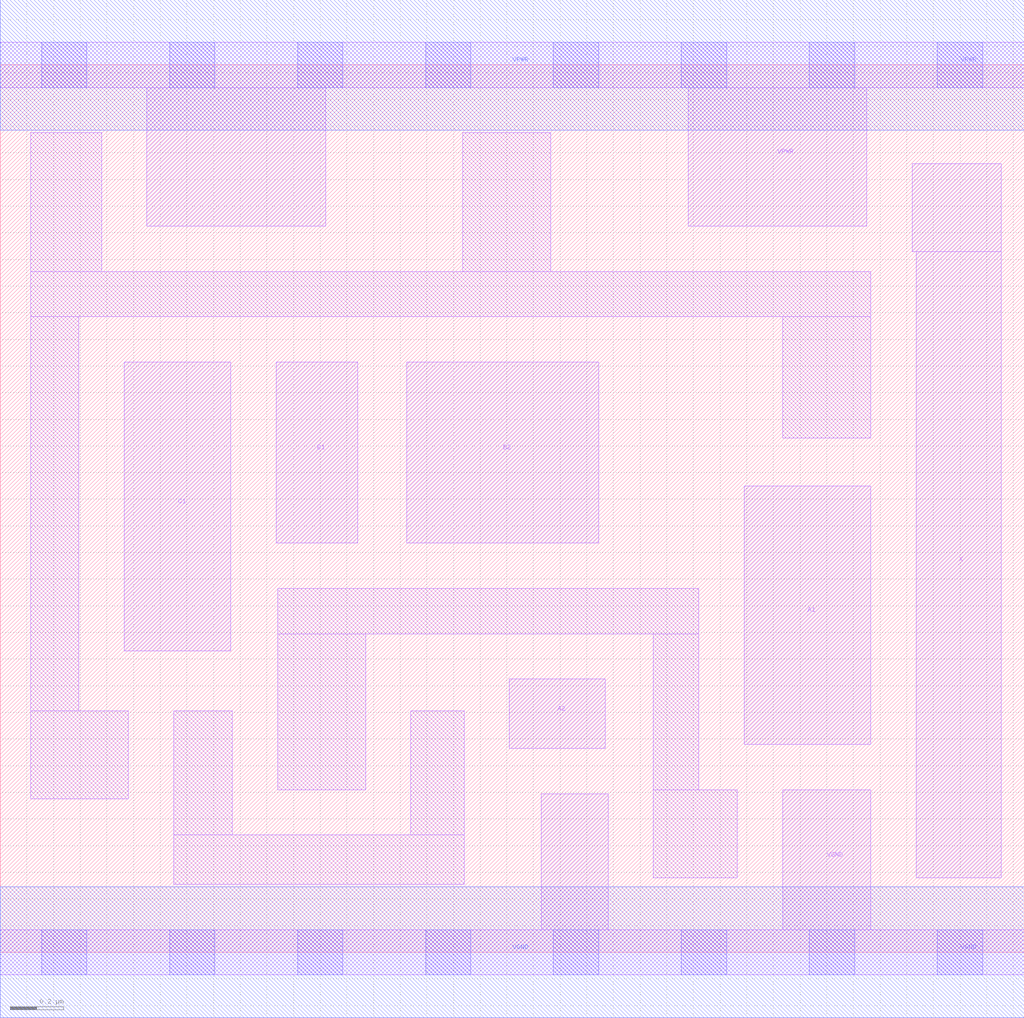
<source format=lef>
# Copyright 2020 The SkyWater PDK Authors
#
# Licensed under the Apache License, Version 2.0 (the "License");
# you may not use this file except in compliance with the License.
# You may obtain a copy of the License at
#
#     https://www.apache.org/licenses/LICENSE-2.0
#
# Unless required by applicable law or agreed to in writing, software
# distributed under the License is distributed on an "AS IS" BASIS,
# WITHOUT WARRANTIES OR CONDITIONS OF ANY KIND, either express or implied.
# See the License for the specific language governing permissions and
# limitations under the License.
#
# SPDX-License-Identifier: Apache-2.0

VERSION 5.7 ;
  NAMESCASESENSITIVE ON ;
  NOWIREEXTENSIONATPIN ON ;
  DIVIDERCHAR "/" ;
  BUSBITCHARS "[]" ;
UNITS
  DATABASE MICRONS 200 ;
END UNITS
MACRO sky130_fd_sc_lp__o221a_0
  CLASS CORE ;
  SOURCE USER ;
  FOREIGN sky130_fd_sc_lp__o221a_0 ;
  ORIGIN  0.000000  0.000000 ;
  SIZE  3.840000 BY  3.330000 ;
  SYMMETRY X Y R90 ;
  SITE unit ;
  PIN A1
    ANTENNAGATEAREA  0.159000 ;
    DIRECTION INPUT ;
    USE SIGNAL ;
    PORT
      LAYER li1 ;
        RECT 2.790000 0.780000 3.265000 1.750000 ;
    END
  END A1
  PIN A2
    ANTENNAGATEAREA  0.159000 ;
    DIRECTION INPUT ;
    USE SIGNAL ;
    PORT
      LAYER li1 ;
        RECT 1.910000 0.765000 2.270000 1.025000 ;
    END
  END A2
  PIN B1
    ANTENNAGATEAREA  0.159000 ;
    DIRECTION INPUT ;
    USE SIGNAL ;
    PORT
      LAYER li1 ;
        RECT 1.035000 1.535000 1.340000 2.215000 ;
    END
  END B1
  PIN B2
    ANTENNAGATEAREA  0.159000 ;
    DIRECTION INPUT ;
    USE SIGNAL ;
    PORT
      LAYER li1 ;
        RECT 1.525000 1.535000 2.245000 2.215000 ;
    END
  END B2
  PIN C1
    ANTENNAGATEAREA  0.159000 ;
    DIRECTION INPUT ;
    USE SIGNAL ;
    PORT
      LAYER li1 ;
        RECT 0.465000 1.130000 0.865000 2.215000 ;
    END
  END C1
  PIN X
    ANTENNADIFFAREA  0.280900 ;
    DIRECTION OUTPUT ;
    USE SIGNAL ;
    PORT
      LAYER li1 ;
        RECT 3.420000 2.630000 3.755000 2.960000 ;
        RECT 3.435000 0.280000 3.755000 2.630000 ;
    END
  END X
  PIN VGND
    DIRECTION INOUT ;
    USE GROUND ;
    PORT
      LAYER li1 ;
        RECT 0.000000 -0.085000 3.840000 0.085000 ;
        RECT 2.030000  0.085000 2.280000 0.595000 ;
        RECT 2.935000  0.085000 3.265000 0.610000 ;
      LAYER mcon ;
        RECT 0.155000 -0.085000 0.325000 0.085000 ;
        RECT 0.635000 -0.085000 0.805000 0.085000 ;
        RECT 1.115000 -0.085000 1.285000 0.085000 ;
        RECT 1.595000 -0.085000 1.765000 0.085000 ;
        RECT 2.075000 -0.085000 2.245000 0.085000 ;
        RECT 2.555000 -0.085000 2.725000 0.085000 ;
        RECT 3.035000 -0.085000 3.205000 0.085000 ;
        RECT 3.515000 -0.085000 3.685000 0.085000 ;
      LAYER met1 ;
        RECT 0.000000 -0.245000 3.840000 0.245000 ;
    END
  END VGND
  PIN VPWR
    DIRECTION INOUT ;
    USE POWER ;
    PORT
      LAYER li1 ;
        RECT 0.000000 3.245000 3.840000 3.415000 ;
        RECT 0.550000 2.725000 1.220000 3.245000 ;
        RECT 2.580000 2.725000 3.250000 3.245000 ;
      LAYER mcon ;
        RECT 0.155000 3.245000 0.325000 3.415000 ;
        RECT 0.635000 3.245000 0.805000 3.415000 ;
        RECT 1.115000 3.245000 1.285000 3.415000 ;
        RECT 1.595000 3.245000 1.765000 3.415000 ;
        RECT 2.075000 3.245000 2.245000 3.415000 ;
        RECT 2.555000 3.245000 2.725000 3.415000 ;
        RECT 3.035000 3.245000 3.205000 3.415000 ;
        RECT 3.515000 3.245000 3.685000 3.415000 ;
      LAYER met1 ;
        RECT 0.000000 3.085000 3.840000 3.575000 ;
    END
  END VPWR
  OBS
    LAYER li1 ;
      RECT 0.115000 0.575000 0.480000 0.905000 ;
      RECT 0.115000 0.905000 0.295000 2.385000 ;
      RECT 0.115000 2.385000 3.265000 2.555000 ;
      RECT 0.115000 2.555000 0.380000 3.075000 ;
      RECT 0.650000 0.255000 1.740000 0.440000 ;
      RECT 0.650000 0.440000 0.870000 0.905000 ;
      RECT 1.040000 0.610000 1.370000 1.195000 ;
      RECT 1.040000 1.195000 2.620000 1.365000 ;
      RECT 1.540000 0.440000 1.740000 0.905000 ;
      RECT 1.735000 2.555000 2.065000 3.075000 ;
      RECT 2.450000 0.280000 2.765000 0.610000 ;
      RECT 2.450000 0.610000 2.620000 1.195000 ;
      RECT 2.935000 1.930000 3.265000 2.385000 ;
  END
END sky130_fd_sc_lp__o221a_0

</source>
